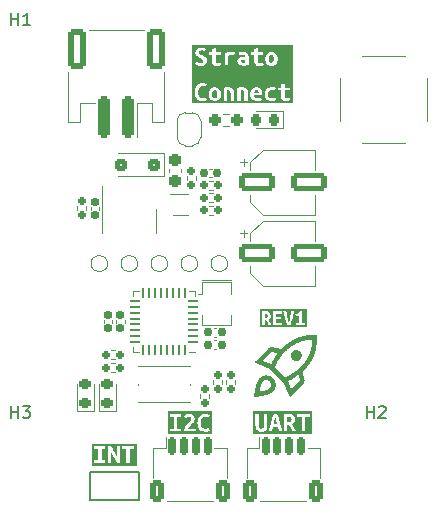
<source format=gto>
G04 #@! TF.GenerationSoftware,KiCad,Pcbnew,7.0.5-0*
G04 #@! TF.CreationDate,2023-07-15T01:27:44-04:00*
G04 #@! TF.ProjectId,strato_connect,73747261-746f-45f6-936f-6e6e6563742e,rev?*
G04 #@! TF.SameCoordinates,Original*
G04 #@! TF.FileFunction,Legend,Top*
G04 #@! TF.FilePolarity,Positive*
%FSLAX46Y46*%
G04 Gerber Fmt 4.6, Leading zero omitted, Abs format (unit mm)*
G04 Created by KiCad (PCBNEW 7.0.5-0) date 2023-07-15 01:27:44*
%MOMM*%
%LPD*%
G01*
G04 APERTURE LIST*
G04 Aperture macros list*
%AMRoundRect*
0 Rectangle with rounded corners*
0 $1 Rounding radius*
0 $2 $3 $4 $5 $6 $7 $8 $9 X,Y pos of 4 corners*
0 Add a 4 corners polygon primitive as box body*
4,1,4,$2,$3,$4,$5,$6,$7,$8,$9,$2,$3,0*
0 Add four circle primitives for the rounded corners*
1,1,$1+$1,$2,$3*
1,1,$1+$1,$4,$5*
1,1,$1+$1,$6,$7*
1,1,$1+$1,$8,$9*
0 Add four rect primitives between the rounded corners*
20,1,$1+$1,$2,$3,$4,$5,0*
20,1,$1+$1,$4,$5,$6,$7,0*
20,1,$1+$1,$6,$7,$8,$9,0*
20,1,$1+$1,$8,$9,$2,$3,0*%
%AMFreePoly0*
4,1,19,0.500000,-0.750000,0.000000,-0.750000,0.000000,-0.744911,-0.071157,-0.744911,-0.207708,-0.704816,-0.327430,-0.627875,-0.420627,-0.520320,-0.479746,-0.390866,-0.500000,-0.250000,-0.500000,0.250000,-0.479746,0.390866,-0.420627,0.520320,-0.327430,0.627875,-0.207708,0.704816,-0.071157,0.744911,0.000000,0.744911,0.000000,0.750000,0.500000,0.750000,0.500000,-0.750000,0.500000,-0.750000,
$1*%
%AMFreePoly1*
4,1,19,0.000000,0.744911,0.071157,0.744911,0.207708,0.704816,0.327430,0.627875,0.420627,0.520320,0.479746,0.390866,0.500000,0.250000,0.500000,-0.250000,0.479746,-0.390866,0.420627,-0.520320,0.327430,-0.627875,0.207708,-0.704816,0.071157,-0.744911,0.000000,-0.744911,0.000000,-0.750000,-0.500000,-0.750000,-0.500000,0.750000,0.000000,0.750000,0.000000,0.744911,0.000000,0.744911,
$1*%
G04 Aperture macros list end*
%ADD10C,0.000000*%
%ADD11C,0.150000*%
%ADD12C,0.120000*%
%ADD13C,2.050000*%
%ADD14C,2.250000*%
%ADD15RoundRect,0.160000X0.197500X0.160000X-0.197500X0.160000X-0.197500X-0.160000X0.197500X-0.160000X0*%
%ADD16RoundRect,0.218750X0.218750X0.256250X-0.218750X0.256250X-0.218750X-0.256250X0.218750X-0.256250X0*%
%ADD17RoundRect,0.155000X0.155000X-0.212500X0.155000X0.212500X-0.155000X0.212500X-0.155000X-0.212500X0*%
%ADD18R,3.800000X2.000000*%
%ADD19RoundRect,0.160000X0.160000X-0.197500X0.160000X0.197500X-0.160000X0.197500X-0.160000X-0.197500X0*%
%ADD20RoundRect,0.250000X0.250000X1.500000X-0.250000X1.500000X-0.250000X-1.500000X0.250000X-1.500000X0*%
%ADD21RoundRect,0.250001X0.499999X1.449999X-0.499999X1.449999X-0.499999X-1.449999X0.499999X-1.449999X0*%
%ADD22C,1.000000*%
%ADD23RoundRect,0.237500X-0.237500X0.300000X-0.237500X-0.300000X0.237500X-0.300000X0.237500X0.300000X0*%
%ADD24C,0.800000*%
%ADD25C,6.400000*%
%ADD26RoundRect,0.155000X-0.212500X-0.155000X0.212500X-0.155000X0.212500X0.155000X-0.212500X0.155000X0*%
%ADD27R,0.700000X0.340000*%
%ADD28RoundRect,0.160000X-0.160000X0.197500X-0.160000X-0.197500X0.160000X-0.197500X0.160000X0.197500X0*%
%ADD29RoundRect,0.155000X-0.155000X0.212500X-0.155000X-0.212500X0.155000X-0.212500X0.155000X0.212500X0*%
%ADD30RoundRect,0.150000X-0.150000X-0.625000X0.150000X-0.625000X0.150000X0.625000X-0.150000X0.625000X0*%
%ADD31RoundRect,0.250000X-0.350000X-0.650000X0.350000X-0.650000X0.350000X0.650000X-0.350000X0.650000X0*%
%ADD32RoundRect,0.250000X-1.250000X-0.550000X1.250000X-0.550000X1.250000X0.550000X-1.250000X0.550000X0*%
%ADD33RoundRect,0.237500X-0.250000X-0.237500X0.250000X-0.237500X0.250000X0.237500X-0.250000X0.237500X0*%
%ADD34RoundRect,0.160000X-0.197500X-0.160000X0.197500X-0.160000X0.197500X0.160000X-0.197500X0.160000X0*%
%ADD35RoundRect,0.218750X0.256250X-0.218750X0.256250X0.218750X-0.256250X0.218750X-0.256250X-0.218750X0*%
%ADD36R,0.900000X1.000000*%
%ADD37R,1.900000X0.400000*%
%ADD38FreePoly0,90.000000*%
%ADD39FreePoly1,90.000000*%
%ADD40RoundRect,0.250000X0.300000X0.300000X-0.300000X0.300000X-0.300000X-0.300000X0.300000X-0.300000X0*%
%ADD41R,4.400000X1.500000*%
%ADD42RoundRect,0.155000X0.212500X0.155000X-0.212500X0.155000X-0.212500X-0.155000X0.212500X-0.155000X0*%
%ADD43RoundRect,0.062500X0.375000X0.062500X-0.375000X0.062500X-0.375000X-0.062500X0.375000X-0.062500X0*%
%ADD44RoundRect,0.062500X0.062500X0.375000X-0.062500X0.375000X-0.062500X-0.375000X0.062500X-0.375000X0*%
%ADD45R,3.100000X3.100000*%
G04 APERTURE END LIST*
D10*
G36*
X167779406Y-85003581D02*
G01*
X167803061Y-85005131D01*
X167826225Y-85007715D01*
X167848898Y-85011333D01*
X167871080Y-85015984D01*
X167892771Y-85021668D01*
X167913972Y-85028386D01*
X167934681Y-85036137D01*
X167954899Y-85044922D01*
X167974627Y-85054741D01*
X167993863Y-85065593D01*
X168012609Y-85077478D01*
X168030864Y-85090398D01*
X168048627Y-85104350D01*
X168065900Y-85119336D01*
X168082682Y-85135356D01*
X168098702Y-85152138D01*
X168113688Y-85169411D01*
X168127641Y-85187175D01*
X168140560Y-85205429D01*
X168152445Y-85224175D01*
X168163297Y-85243411D01*
X168173116Y-85263139D01*
X168181901Y-85283357D01*
X168189652Y-85304067D01*
X168196370Y-85325267D01*
X168202055Y-85346958D01*
X168206706Y-85369140D01*
X168210323Y-85391813D01*
X168212907Y-85414977D01*
X168214457Y-85438632D01*
X168214974Y-85462778D01*
X168214457Y-85486924D01*
X168212907Y-85510579D01*
X168210323Y-85533743D01*
X168206706Y-85556416D01*
X168202055Y-85578598D01*
X168196370Y-85600289D01*
X168189652Y-85621489D01*
X168181901Y-85642199D01*
X168173116Y-85662417D01*
X168163297Y-85682144D01*
X168152445Y-85701381D01*
X168140560Y-85720127D01*
X168127641Y-85738381D01*
X168113688Y-85756145D01*
X168098702Y-85773418D01*
X168082682Y-85790200D01*
X168065900Y-85806219D01*
X168048627Y-85821205D01*
X168030864Y-85835158D01*
X168012609Y-85848077D01*
X167993863Y-85859963D01*
X167974627Y-85870815D01*
X167954899Y-85880633D01*
X167934681Y-85889418D01*
X167913972Y-85897170D01*
X167892771Y-85903888D01*
X167871080Y-85909572D01*
X167848898Y-85914223D01*
X167826225Y-85917841D01*
X167803061Y-85920424D01*
X167779406Y-85921975D01*
X167755260Y-85922491D01*
X167731115Y-85921975D01*
X167707460Y-85920424D01*
X167684296Y-85917841D01*
X167661623Y-85914223D01*
X167639440Y-85909572D01*
X167617749Y-85903888D01*
X167596549Y-85897170D01*
X167575840Y-85889418D01*
X167555621Y-85880633D01*
X167535894Y-85870815D01*
X167516657Y-85859963D01*
X167497912Y-85848077D01*
X167479657Y-85835158D01*
X167461893Y-85821205D01*
X167444620Y-85806219D01*
X167427838Y-85790200D01*
X167411819Y-85773418D01*
X167396832Y-85756145D01*
X167382880Y-85738381D01*
X167369961Y-85720127D01*
X167358075Y-85701381D01*
X167347223Y-85682144D01*
X167337405Y-85662417D01*
X167328620Y-85642199D01*
X167320868Y-85621489D01*
X167314150Y-85600289D01*
X167308466Y-85578598D01*
X167303815Y-85556416D01*
X167300198Y-85533743D01*
X167297614Y-85510579D01*
X167296064Y-85486924D01*
X167295547Y-85462778D01*
X167296064Y-85438632D01*
X167297614Y-85414977D01*
X167300198Y-85391813D01*
X167303815Y-85369140D01*
X167308466Y-85346958D01*
X167314150Y-85325267D01*
X167320868Y-85304067D01*
X167328620Y-85283357D01*
X167337405Y-85263139D01*
X167347223Y-85243411D01*
X167358075Y-85224175D01*
X167369961Y-85205429D01*
X167382880Y-85187175D01*
X167396832Y-85169411D01*
X167411819Y-85152138D01*
X167427838Y-85135356D01*
X167444620Y-85119336D01*
X167461893Y-85104350D01*
X167479657Y-85090398D01*
X167497912Y-85077478D01*
X167516657Y-85065593D01*
X167535894Y-85054741D01*
X167555621Y-85044922D01*
X167575840Y-85036137D01*
X167596549Y-85028386D01*
X167617749Y-85021668D01*
X167639440Y-85015984D01*
X167661623Y-85011333D01*
X167684296Y-85007715D01*
X167707460Y-85005131D01*
X167731115Y-85003581D01*
X167755260Y-85003064D01*
X167779406Y-85003581D01*
G37*
G36*
X169262558Y-83723608D02*
G01*
X169373146Y-83726979D01*
X169484974Y-83733064D01*
X169491072Y-83844892D01*
X169494482Y-83955480D01*
X169495206Y-84064827D01*
X169493242Y-84172934D01*
X169488591Y-84279801D01*
X169481253Y-84385428D01*
X169471228Y-84489814D01*
X169458515Y-84592960D01*
X169443116Y-84694866D01*
X169425029Y-84795532D01*
X169404255Y-84894957D01*
X169380794Y-84993142D01*
X169354646Y-85090087D01*
X169325810Y-85185792D01*
X169294288Y-85280257D01*
X169260078Y-85373481D01*
X169223078Y-85465749D01*
X169183183Y-85557346D01*
X169140395Y-85648270D01*
X169094713Y-85738523D01*
X169046137Y-85828104D01*
X168994668Y-85917014D01*
X168940304Y-86005251D01*
X168883047Y-86092817D01*
X168822895Y-86179711D01*
X168759850Y-86265933D01*
X168693911Y-86351483D01*
X168625078Y-86436362D01*
X168553351Y-86520569D01*
X168478730Y-86604103D01*
X168401215Y-86686967D01*
X168320807Y-86769158D01*
X168307578Y-86782387D01*
X168294349Y-86795616D01*
X168439869Y-87523221D01*
X168442156Y-87535597D01*
X168444055Y-87547922D01*
X168445567Y-87560195D01*
X168446691Y-87572417D01*
X168447427Y-87584586D01*
X168447776Y-87596704D01*
X168447737Y-87608771D01*
X168447311Y-87620786D01*
X168446497Y-87632749D01*
X168445296Y-87644660D01*
X168443707Y-87656520D01*
X168441730Y-87668328D01*
X168439366Y-87680084D01*
X168436614Y-87691789D01*
X168433475Y-87703442D01*
X168429948Y-87715044D01*
X168426059Y-87726542D01*
X168421835Y-87737885D01*
X168417274Y-87749073D01*
X168412378Y-87760105D01*
X168407145Y-87770983D01*
X168401577Y-87781706D01*
X168395673Y-87792274D01*
X168389433Y-87802687D01*
X168382857Y-87812944D01*
X168375946Y-87823047D01*
X168368698Y-87832995D01*
X168361115Y-87842787D01*
X168353195Y-87852425D01*
X168344940Y-87861908D01*
X168336349Y-87871235D01*
X168327422Y-87880408D01*
X167196328Y-89018116D01*
X166634088Y-87708429D01*
X166548099Y-87622439D01*
X167030963Y-87622439D01*
X167328620Y-88323585D01*
X168049609Y-87602595D01*
X167943776Y-87080043D01*
X167890549Y-87117819D01*
X167836702Y-87155078D01*
X167782235Y-87191820D01*
X167727148Y-87228045D01*
X167671441Y-87263753D01*
X167615114Y-87298945D01*
X167558166Y-87333620D01*
X167500599Y-87367778D01*
X167384430Y-87434544D01*
X167267435Y-87499242D01*
X167149613Y-87561874D01*
X167030963Y-87622439D01*
X166548099Y-87622439D01*
X165509609Y-86583950D01*
X165139815Y-86425200D01*
X165913099Y-86425200D01*
X166792838Y-87304939D01*
X166886373Y-87261221D01*
X166978460Y-87216056D01*
X167069101Y-87169444D01*
X167158294Y-87121384D01*
X167246041Y-87071878D01*
X167332340Y-87020926D01*
X167417193Y-86968526D01*
X167500599Y-86914679D01*
X167581317Y-86860315D01*
X167658108Y-86806365D01*
X167730972Y-86752828D01*
X167799909Y-86699705D01*
X167864918Y-86646995D01*
X167925999Y-86594698D01*
X167983153Y-86542815D01*
X168036380Y-86491346D01*
X168102241Y-86424269D01*
X168165881Y-86356987D01*
X168227299Y-86289497D01*
X168286494Y-86221801D01*
X168343467Y-86153898D01*
X168398218Y-86085789D01*
X168450748Y-86017473D01*
X168501055Y-85948950D01*
X168549140Y-85880220D01*
X168595002Y-85811284D01*
X168638643Y-85742141D01*
X168680062Y-85672791D01*
X168719258Y-85603234D01*
X168756233Y-85533471D01*
X168790985Y-85463501D01*
X168823515Y-85393325D01*
X168854030Y-85322476D01*
X168882737Y-85250491D01*
X168909634Y-85177369D01*
X168934723Y-85103110D01*
X168958003Y-85027714D01*
X168979475Y-84951181D01*
X168999138Y-84873511D01*
X169016992Y-84794705D01*
X169033037Y-84714761D01*
X169047274Y-84633681D01*
X169059703Y-84551464D01*
X169070322Y-84468110D01*
X169079133Y-84383619D01*
X169086135Y-84297991D01*
X169091328Y-84211226D01*
X169094713Y-84123325D01*
X169006812Y-84126710D01*
X168920047Y-84131903D01*
X168834419Y-84138905D01*
X168749928Y-84147716D01*
X168666574Y-84158336D01*
X168584357Y-84170764D01*
X168503277Y-84185001D01*
X168423333Y-84201046D01*
X168344527Y-84218900D01*
X168266857Y-84238563D01*
X168190324Y-84260035D01*
X168114928Y-84283315D01*
X168040669Y-84308404D01*
X167967547Y-84335302D01*
X167895562Y-84364008D01*
X167824713Y-84394523D01*
X167754537Y-84427053D01*
X167684567Y-84461805D01*
X167614804Y-84498780D01*
X167545247Y-84537976D01*
X167475897Y-84579395D01*
X167406754Y-84623036D01*
X167337818Y-84668899D01*
X167269088Y-84716984D01*
X167200565Y-84767291D01*
X167132249Y-84819820D01*
X167064140Y-84874571D01*
X166996237Y-84931544D01*
X166928541Y-84990740D01*
X166861051Y-85052157D01*
X166793769Y-85115797D01*
X166726693Y-85181658D01*
X166675223Y-85234885D01*
X166623340Y-85292039D01*
X166571043Y-85353121D01*
X166518333Y-85418130D01*
X166465210Y-85487066D01*
X166411673Y-85559930D01*
X166357723Y-85636721D01*
X166303359Y-85717439D01*
X166249512Y-85800845D01*
X166197112Y-85885698D01*
X166146160Y-85971997D01*
X166096654Y-86059744D01*
X166048594Y-86148937D01*
X166001982Y-86239578D01*
X165956817Y-86331665D01*
X165913099Y-86425200D01*
X165139815Y-86425200D01*
X164199922Y-86021710D01*
X164332987Y-85889418D01*
X164894453Y-85889418D01*
X165595599Y-86187075D01*
X165656164Y-86068426D01*
X165718795Y-85950603D01*
X165783494Y-85833608D01*
X165850260Y-85717439D01*
X165884418Y-85659872D01*
X165919093Y-85602924D01*
X165954285Y-85546597D01*
X165989993Y-85490890D01*
X166026219Y-85435803D01*
X166062960Y-85381336D01*
X166100219Y-85327489D01*
X166137995Y-85274262D01*
X165615443Y-85168429D01*
X164894453Y-85889418D01*
X164332987Y-85889418D01*
X165337630Y-84890616D01*
X165346803Y-84881689D01*
X165356130Y-84873098D01*
X165365613Y-84864843D01*
X165375251Y-84856923D01*
X165385043Y-84849340D01*
X165394991Y-84842092D01*
X165405094Y-84835181D01*
X165415351Y-84828605D01*
X165425764Y-84822365D01*
X165436332Y-84816461D01*
X165447055Y-84810893D01*
X165457933Y-84805660D01*
X165468966Y-84800764D01*
X165480154Y-84796204D01*
X165491497Y-84791979D01*
X165502995Y-84788090D01*
X165514596Y-84784564D01*
X165526249Y-84781424D01*
X165537954Y-84778672D01*
X165549710Y-84776308D01*
X165561518Y-84774332D01*
X165573378Y-84772743D01*
X165585289Y-84771541D01*
X165597253Y-84770727D01*
X165609267Y-84770301D01*
X165621334Y-84770262D01*
X165633452Y-84770611D01*
X165645622Y-84771347D01*
X165657843Y-84772471D01*
X165670116Y-84773983D01*
X165682441Y-84775882D01*
X165694818Y-84778169D01*
X166422422Y-84923689D01*
X166423249Y-84922875D01*
X166424075Y-84922087D01*
X166424902Y-84921325D01*
X166425729Y-84920589D01*
X166426556Y-84919878D01*
X166427383Y-84919193D01*
X166428210Y-84918535D01*
X166429036Y-84917901D01*
X166429863Y-84917294D01*
X166430690Y-84916713D01*
X166431517Y-84916157D01*
X166432344Y-84915628D01*
X166433170Y-84915124D01*
X166433997Y-84914646D01*
X166434824Y-84914194D01*
X166435651Y-84913767D01*
X166436478Y-84913341D01*
X166437304Y-84912889D01*
X166438131Y-84912411D01*
X166438958Y-84911907D01*
X166439785Y-84911378D01*
X166440612Y-84910822D01*
X166441439Y-84910241D01*
X166442265Y-84909633D01*
X166443092Y-84909000D01*
X166443919Y-84908342D01*
X166444746Y-84907657D01*
X166445573Y-84906946D01*
X166446400Y-84906210D01*
X166447226Y-84905448D01*
X166448053Y-84904660D01*
X166448880Y-84903846D01*
X166531071Y-84823424D01*
X166613934Y-84745871D01*
X166697469Y-84671185D01*
X166781676Y-84599368D01*
X166866555Y-84530419D01*
X166952105Y-84464338D01*
X167038327Y-84401124D01*
X167125221Y-84340779D01*
X167212787Y-84283302D01*
X167301024Y-84228693D01*
X167389934Y-84176952D01*
X167479515Y-84128079D01*
X167569768Y-84082074D01*
X167660692Y-84038937D01*
X167752289Y-83998668D01*
X167844557Y-83961268D01*
X167937782Y-83926657D01*
X168032246Y-83894760D01*
X168127951Y-83865576D01*
X168224896Y-83839104D01*
X168323081Y-83815346D01*
X168422506Y-83794301D01*
X168523172Y-83775969D01*
X168625078Y-83760350D01*
X168728224Y-83747443D01*
X168832611Y-83737250D01*
X168938237Y-83729770D01*
X169045104Y-83725003D01*
X169153211Y-83722949D01*
X169262558Y-83723608D01*
G37*
G36*
X165250000Y-87150000D02*
G01*
X165290553Y-87152339D01*
X165330305Y-87156512D01*
X165369256Y-87162519D01*
X165407406Y-87170361D01*
X165444755Y-87180037D01*
X165481303Y-87191548D01*
X165517051Y-87204894D01*
X165551997Y-87220073D01*
X165586142Y-87237088D01*
X165619486Y-87255937D01*
X165652029Y-87276620D01*
X165683772Y-87299138D01*
X165714713Y-87323491D01*
X165744853Y-87349678D01*
X165774193Y-87377699D01*
X165802214Y-87407039D01*
X165828401Y-87437179D01*
X165852754Y-87468121D01*
X165875272Y-87499863D01*
X165895955Y-87532406D01*
X165914804Y-87565750D01*
X165931819Y-87599896D01*
X165946999Y-87634842D01*
X165960344Y-87670589D01*
X165971855Y-87707137D01*
X165981531Y-87744486D01*
X165989373Y-87782636D01*
X165995381Y-87821587D01*
X165999553Y-87861339D01*
X166001892Y-87901892D01*
X166002396Y-87943246D01*
X166001091Y-87984601D01*
X165998003Y-88025154D01*
X165993133Y-88064906D01*
X165986479Y-88103857D01*
X165978043Y-88142007D01*
X165967824Y-88179356D01*
X165955822Y-88215904D01*
X165942038Y-88251652D01*
X165926470Y-88286598D01*
X165909120Y-88320743D01*
X165889987Y-88354087D01*
X165869071Y-88386630D01*
X165846372Y-88418373D01*
X165821890Y-88449314D01*
X165795625Y-88479454D01*
X165767578Y-88508793D01*
X165745344Y-88530058D01*
X165721638Y-88550858D01*
X165696458Y-88571193D01*
X165669806Y-88591062D01*
X165641681Y-88610467D01*
X165612084Y-88629406D01*
X165581013Y-88647880D01*
X165548470Y-88665890D01*
X165514454Y-88683434D01*
X165478965Y-88700513D01*
X165442004Y-88717127D01*
X165403569Y-88733276D01*
X165363662Y-88748960D01*
X165322282Y-88764178D01*
X165279430Y-88778932D01*
X165235104Y-88793221D01*
X165139348Y-88821126D01*
X165032326Y-88848618D01*
X164914038Y-88875696D01*
X164784486Y-88902361D01*
X164643667Y-88928613D01*
X164491584Y-88954451D01*
X164328234Y-88979876D01*
X164153620Y-89004887D01*
X164178579Y-88830221D01*
X164203849Y-88666717D01*
X164228145Y-88522022D01*
X164629870Y-88522022D01*
X164710692Y-88508483D01*
X164787793Y-88494324D01*
X164861173Y-88479545D01*
X164930833Y-88464145D01*
X164996772Y-88448125D01*
X165058991Y-88431485D01*
X165117489Y-88414225D01*
X165172266Y-88396345D01*
X165223425Y-88377845D01*
X165271071Y-88358725D01*
X165293576Y-88348932D01*
X165315203Y-88338985D01*
X165335951Y-88328882D01*
X165355820Y-88318624D01*
X165374811Y-88308211D01*
X165392924Y-88297644D01*
X165410158Y-88286921D01*
X165426514Y-88276043D01*
X165441991Y-88265010D01*
X165456589Y-88253822D01*
X165470309Y-88242479D01*
X165483151Y-88230981D01*
X165498383Y-88216705D01*
X165512658Y-88201991D01*
X165525978Y-88186836D01*
X165538341Y-88171243D01*
X165549749Y-88155210D01*
X165560200Y-88138739D01*
X165569696Y-88121827D01*
X165578235Y-88104477D01*
X165585819Y-88086687D01*
X165592447Y-88068459D01*
X165598118Y-88049790D01*
X165602833Y-88030683D01*
X165606593Y-88011136D01*
X165609396Y-87991151D01*
X165611244Y-87970725D01*
X165612135Y-87949861D01*
X165612071Y-87928945D01*
X165611050Y-87908365D01*
X165609073Y-87888121D01*
X165606141Y-87868212D01*
X165602252Y-87848640D01*
X165597408Y-87829403D01*
X165591607Y-87810503D01*
X165584850Y-87791938D01*
X165577137Y-87773709D01*
X165568469Y-87755816D01*
X165558844Y-87738259D01*
X165548263Y-87721038D01*
X165536726Y-87704152D01*
X165524234Y-87687603D01*
X165510785Y-87671390D01*
X165496380Y-87655512D01*
X165480503Y-87641107D01*
X165464289Y-87627658D01*
X165447740Y-87615166D01*
X165430854Y-87603629D01*
X165413633Y-87593048D01*
X165396076Y-87583423D01*
X165378183Y-87574755D01*
X165359954Y-87567042D01*
X165341390Y-87560285D01*
X165322489Y-87554485D01*
X165303252Y-87549640D01*
X165283680Y-87545751D01*
X165263772Y-87542819D01*
X165243527Y-87540842D01*
X165222947Y-87539821D01*
X165202031Y-87539757D01*
X165181167Y-87540648D01*
X165160742Y-87542496D01*
X165140756Y-87545299D01*
X165121209Y-87549059D01*
X165102102Y-87553774D01*
X165083434Y-87559446D01*
X165065205Y-87566073D01*
X165047415Y-87573657D01*
X165030065Y-87582196D01*
X165013154Y-87591692D01*
X164996682Y-87602143D01*
X164980649Y-87613551D01*
X164965056Y-87625915D01*
X164949902Y-87639234D01*
X164935187Y-87653510D01*
X164920911Y-87668741D01*
X164909413Y-87681583D01*
X164898070Y-87695303D01*
X164886882Y-87709902D01*
X164875850Y-87725379D01*
X164864972Y-87741734D01*
X164854249Y-87758968D01*
X164843681Y-87777081D01*
X164833268Y-87796072D01*
X164823010Y-87815942D01*
X164812908Y-87836690D01*
X164802960Y-87858316D01*
X164793167Y-87880821D01*
X164783530Y-87904205D01*
X164774047Y-87928467D01*
X164764719Y-87953608D01*
X164755547Y-87979627D01*
X164737667Y-88034404D01*
X164720407Y-88092901D01*
X164703767Y-88155120D01*
X164687747Y-88221059D01*
X164672348Y-88290719D01*
X164657568Y-88364099D01*
X164643409Y-88441200D01*
X164629870Y-88522022D01*
X164228145Y-88522022D01*
X164229429Y-88514374D01*
X164255319Y-88373194D01*
X164281519Y-88243176D01*
X164308029Y-88124321D01*
X164334849Y-88016627D01*
X164361979Y-87920096D01*
X164375867Y-87875370D01*
X164390246Y-87832142D01*
X164405116Y-87790414D01*
X164420477Y-87750183D01*
X164436329Y-87711452D01*
X164452671Y-87674219D01*
X164469505Y-87638485D01*
X164486829Y-87604249D01*
X164504645Y-87571512D01*
X164522951Y-87540274D01*
X164541748Y-87510534D01*
X164561037Y-87482293D01*
X164580816Y-87455550D01*
X164601086Y-87430306D01*
X164621847Y-87406561D01*
X164643099Y-87384314D01*
X164672438Y-87356267D01*
X164702578Y-87330002D01*
X164733520Y-87305521D01*
X164765262Y-87282822D01*
X164797805Y-87261906D01*
X164831149Y-87242773D01*
X164865295Y-87225422D01*
X164900241Y-87209855D01*
X164935988Y-87196070D01*
X164972536Y-87184068D01*
X165009885Y-87173849D01*
X165048035Y-87165413D01*
X165086986Y-87158760D01*
X165126739Y-87153889D01*
X165167292Y-87150802D01*
X165208646Y-87149497D01*
X165250000Y-87150000D01*
G37*
D11*
X173738095Y-90754819D02*
X173738095Y-89754819D01*
X173738095Y-90231009D02*
X174309523Y-90231009D01*
X174309523Y-90754819D02*
X174309523Y-89754819D01*
X174738095Y-89850057D02*
X174785714Y-89802438D01*
X174785714Y-89802438D02*
X174880952Y-89754819D01*
X174880952Y-89754819D02*
X175119047Y-89754819D01*
X175119047Y-89754819D02*
X175214285Y-89802438D01*
X175214285Y-89802438D02*
X175261904Y-89850057D01*
X175261904Y-89850057D02*
X175309523Y-89945295D01*
X175309523Y-89945295D02*
X175309523Y-90040533D01*
X175309523Y-90040533D02*
X175261904Y-90183390D01*
X175261904Y-90183390D02*
X174690476Y-90754819D01*
X174690476Y-90754819D02*
X175309523Y-90754819D01*
X143624095Y-90754819D02*
X143624095Y-89754819D01*
X143624095Y-90231009D02*
X144195523Y-90231009D01*
X144195523Y-90754819D02*
X144195523Y-89754819D01*
X144576476Y-89754819D02*
X145195523Y-89754819D01*
X145195523Y-89754819D02*
X144862190Y-90135771D01*
X144862190Y-90135771D02*
X145005047Y-90135771D01*
X145005047Y-90135771D02*
X145100285Y-90183390D01*
X145100285Y-90183390D02*
X145147904Y-90231009D01*
X145147904Y-90231009D02*
X145195523Y-90326247D01*
X145195523Y-90326247D02*
X145195523Y-90564342D01*
X145195523Y-90564342D02*
X145147904Y-90659580D01*
X145147904Y-90659580D02*
X145100285Y-90707200D01*
X145100285Y-90707200D02*
X145005047Y-90754819D01*
X145005047Y-90754819D02*
X144719333Y-90754819D01*
X144719333Y-90754819D02*
X144624095Y-90707200D01*
X144624095Y-90707200D02*
X144576476Y-90659580D01*
X143638095Y-57454819D02*
X143638095Y-56454819D01*
X143638095Y-56931009D02*
X144209523Y-56931009D01*
X144209523Y-57454819D02*
X144209523Y-56454819D01*
X145209523Y-57454819D02*
X144638095Y-57454819D01*
X144923809Y-57454819D02*
X144923809Y-56454819D01*
X144923809Y-56454819D02*
X144828571Y-56597676D01*
X144828571Y-56597676D02*
X144733333Y-56692914D01*
X144733333Y-56692914D02*
X144638095Y-56740533D01*
D12*
X171453000Y-62000000D02*
X171453000Y-65600000D01*
X173333000Y-60120000D02*
X176933000Y-60120000D01*
X173333000Y-67480000D02*
X176933000Y-67480000D01*
X178813000Y-62000000D02*
X178813000Y-65600000D01*
X152370121Y-86880000D02*
X152034879Y-86880000D01*
X152370121Y-86120000D02*
X152034879Y-86120000D01*
X166597500Y-66235000D02*
X166597500Y-64765000D01*
X166597500Y-64765000D02*
X164312500Y-64765000D01*
X164312500Y-66235000D02*
X166597500Y-66235000D01*
X150340000Y-73115835D02*
X150340000Y-72884165D01*
X151060000Y-73115835D02*
X151060000Y-72884165D01*
D11*
X154450000Y-97700000D02*
X150250000Y-97700000D01*
X154450000Y-95300000D02*
X154450000Y-97700000D01*
X150250000Y-97700000D02*
X150250000Y-95300000D01*
X150250000Y-95300000D02*
X154450000Y-95300000D01*
D12*
X159620000Y-89067621D02*
X159620000Y-88732379D01*
X160380000Y-89067621D02*
X160380000Y-88732379D01*
X156560000Y-65710000D02*
X155540000Y-65710000D01*
X156560000Y-61460000D02*
X156560000Y-65710000D01*
X155540000Y-65710000D02*
X155540000Y-64110000D01*
X155540000Y-64110000D02*
X154260000Y-64110000D01*
X154840000Y-57890000D02*
X150160000Y-57890000D01*
X154260000Y-64110000D02*
X154260000Y-67000000D01*
X149460000Y-65710000D02*
X149460000Y-64110000D01*
X149460000Y-64110000D02*
X150740000Y-64110000D01*
X148440000Y-65710000D02*
X149460000Y-65710000D01*
X148440000Y-61460000D02*
X148440000Y-65710000D01*
X160667621Y-73530000D02*
X160332379Y-73530000D01*
X160667621Y-72770000D02*
X160332379Y-72770000D01*
X154315000Y-77680000D02*
G75*
G03*
X154315000Y-77680000I-700000J0D01*
G01*
X158010000Y-69653733D02*
X158010000Y-69946267D01*
X156990000Y-69653733D02*
X156990000Y-69946267D01*
X160751665Y-84178000D02*
X160983335Y-84178000D01*
X160751665Y-84898000D02*
X160983335Y-84898000D01*
X157050000Y-71800000D02*
X158600000Y-71800000D01*
X158600000Y-73600000D02*
X157300000Y-73600000D01*
X162580000Y-87532379D02*
X162580000Y-87867621D01*
X161820000Y-87532379D02*
X161820000Y-87867621D01*
X151775000Y-77680000D02*
G75*
G03*
X151775000Y-77680000I-700000J0D01*
G01*
G36*
X154240316Y-94785434D02*
G01*
X154041878Y-94785434D01*
X153653734Y-94785434D01*
X152565503Y-94785434D01*
X150658122Y-94785434D01*
X150459684Y-94785434D01*
X150459684Y-93113003D01*
X150658122Y-93113003D01*
X150658122Y-93355891D01*
X150979591Y-93355891D01*
X150979591Y-94344109D01*
X150658122Y-94344109D01*
X150658122Y-94586997D01*
X151593953Y-94586997D01*
X151593953Y-94344109D01*
X151274866Y-94344109D01*
X151274866Y-93355891D01*
X151593953Y-93355891D01*
X151593953Y-93113003D01*
X151829697Y-93113003D01*
X151829697Y-94586997D01*
X152094016Y-94586997D01*
X152094016Y-93608303D01*
X152182519Y-93771683D01*
X152267053Y-93934799D01*
X152347619Y-94097650D01*
X152424216Y-94260501D01*
X152496844Y-94423617D01*
X152565503Y-94586997D01*
X152801247Y-94586997D01*
X152801247Y-93113003D01*
X152970316Y-93113003D01*
X152970316Y-93355891D01*
X153358459Y-93355891D01*
X153358459Y-94586997D01*
X153653734Y-94586997D01*
X153653734Y-93355891D01*
X154041878Y-93355891D01*
X154041878Y-93113003D01*
X152970316Y-93113003D01*
X152801247Y-93113003D01*
X152536928Y-93113003D01*
X152536928Y-94020259D01*
X152494959Y-93927391D01*
X152445250Y-93820234D01*
X152389291Y-93704148D01*
X152328569Y-93584491D01*
X152264573Y-93462749D01*
X152198791Y-93340413D01*
X152132116Y-93222243D01*
X152065441Y-93113003D01*
X151829697Y-93113003D01*
X151593953Y-93113003D01*
X150658122Y-93113003D01*
X150459684Y-93113003D01*
X150459684Y-92914566D01*
X150658122Y-92914566D01*
X154041878Y-92914566D01*
X154240316Y-92914566D01*
X154240316Y-94785434D01*
G37*
X160665121Y-71430000D02*
X160329879Y-71430000D01*
X160665121Y-70670000D02*
X160329879Y-70670000D01*
X153210000Y-82484165D02*
X153210000Y-82715835D01*
X152490000Y-82484165D02*
X152490000Y-82715835D01*
X152367621Y-85780000D02*
X152032379Y-85780000D01*
X152367621Y-85020000D02*
X152032379Y-85020000D01*
X155640000Y-93315000D02*
X156690000Y-93315000D01*
X155640000Y-95815000D02*
X155640000Y-93315000D01*
X156690000Y-93315000D02*
X156690000Y-92325000D01*
X156810000Y-97785000D02*
X160690000Y-97785000D01*
X161860000Y-93315000D02*
X160810000Y-93315000D01*
X161860000Y-95815000D02*
X161860000Y-93315000D01*
X162975000Y-69115000D02*
X163600000Y-69115000D01*
X163287500Y-68802500D02*
X163287500Y-69427500D01*
X163840000Y-69104437D02*
X163840000Y-69740000D01*
X163840000Y-69104437D02*
X164904437Y-68040000D01*
X163840000Y-72495563D02*
X163840000Y-71860000D01*
X163840000Y-72495563D02*
X164904437Y-73560000D01*
X164904437Y-68040000D02*
X169360000Y-68040000D01*
X164904437Y-73560000D02*
X169360000Y-73560000D01*
X169360000Y-68040000D02*
X169360000Y-69740000D01*
X169360000Y-73560000D02*
X169360000Y-71860000D01*
G36*
X165224584Y-81918524D02*
G01*
X165290782Y-81951385D01*
X165333645Y-82007583D01*
X165347932Y-82088545D01*
X165294592Y-82220942D01*
X165224584Y-82255947D01*
X165121238Y-82267615D01*
X165069802Y-82267615D01*
X165069802Y-81913285D01*
X165107902Y-81908522D01*
X165140287Y-81907570D01*
X165224584Y-81918524D01*
G37*
G36*
X168623263Y-83055015D02*
G01*
X168464513Y-83055015D01*
X166991948Y-83055015D01*
X165805133Y-83055015D01*
X165664163Y-83055015D01*
X164835487Y-83055015D01*
X164676737Y-83055015D01*
X164676737Y-82896265D01*
X164835487Y-82896265D01*
X165069802Y-82896265D01*
X165069802Y-82461925D01*
X165191722Y-82461925D01*
X165256254Y-82569796D01*
X165316500Y-82676238D01*
X165371031Y-82784108D01*
X165418418Y-82896265D01*
X165664163Y-82896265D01*
X165609870Y-82771488D01*
X165544147Y-82640042D01*
X165473663Y-82514312D01*
X165405082Y-82404775D01*
X165488426Y-82350959D01*
X165544147Y-82277140D01*
X165575580Y-82188557D01*
X165586058Y-82090450D01*
X165578199Y-81997819D01*
X165554625Y-81918047D01*
X165464138Y-81797080D01*
X165399368Y-81755646D01*
X165323168Y-81726595D01*
X165275014Y-81717070D01*
X165805133Y-81717070D01*
X165805133Y-82896265D01*
X166561418Y-82896265D01*
X166561418Y-82701955D01*
X166039447Y-82701955D01*
X166039447Y-82370485D01*
X166456642Y-82370485D01*
X166456642Y-82176175D01*
X166039447Y-82176175D01*
X166039447Y-81911380D01*
X166519508Y-81911380D01*
X166519508Y-81717070D01*
X166662383Y-81717070D01*
X166684290Y-81823750D01*
X166715723Y-81957100D01*
X166740911Y-82056901D01*
X166768216Y-82160723D01*
X166797637Y-82268567D01*
X166828752Y-82378528D01*
X166861138Y-82488701D01*
X166894793Y-82599085D01*
X166944799Y-82756248D01*
X166991948Y-82896265D01*
X167233883Y-82896265D01*
X167270289Y-82794771D01*
X167305849Y-82690948D01*
X167340563Y-82584798D01*
X167373900Y-82478118D01*
X167405332Y-82372708D01*
X167434860Y-82268567D01*
X167475341Y-82116882D01*
X167511060Y-81972340D01*
X167513239Y-81962815D01*
X167681558Y-81962815D01*
X167757758Y-82157125D01*
X167873963Y-82110452D01*
X167995883Y-82042825D01*
X167995883Y-82701955D01*
X167748233Y-82701955D01*
X167748233Y-82896265D01*
X168464513Y-82896265D01*
X168464513Y-82701955D01*
X168230198Y-82701955D01*
X168230198Y-81717070D01*
X168070178Y-81717070D01*
X167988263Y-81791365D01*
X167887298Y-81859945D01*
X167780618Y-81919000D01*
X167681558Y-81962815D01*
X167513239Y-81962815D01*
X167541778Y-81838037D01*
X167567258Y-81717070D01*
X167321513Y-81717070D01*
X167304368Y-81816130D01*
X167283413Y-81930430D01*
X167259600Y-82054017D01*
X167233883Y-82180937D01*
X167206260Y-82308573D01*
X167176733Y-82434303D01*
X167146253Y-82552174D01*
X167115773Y-82656235D01*
X167085054Y-82550746D01*
X167053860Y-82432397D01*
X167023380Y-82306667D01*
X166994805Y-82179033D01*
X166968373Y-82052350D01*
X166944323Y-81929478D01*
X166924320Y-81815892D01*
X166910033Y-81717070D01*
X166662383Y-81717070D01*
X166519508Y-81717070D01*
X165805133Y-81717070D01*
X165275014Y-81717070D01*
X165236490Y-81709450D01*
X165140287Y-81703735D01*
X165073612Y-81705640D01*
X164993602Y-81710403D01*
X164910735Y-81719927D01*
X164835487Y-81734215D01*
X164835487Y-82896265D01*
X164676737Y-82896265D01*
X164676737Y-81544985D01*
X164835487Y-81544985D01*
X168464513Y-81544985D01*
X168623263Y-81544985D01*
X168623263Y-83055015D01*
G37*
X159395000Y-77680000D02*
G75*
G03*
X159395000Y-77680000I-700000J0D01*
G01*
X161480000Y-87532379D02*
X161480000Y-87867621D01*
X160720000Y-87532379D02*
X160720000Y-87867621D01*
X161555776Y-64977500D02*
X162065224Y-64977500D01*
X161555776Y-66022500D02*
X162065224Y-66022500D01*
X160332379Y-71720000D02*
X160667621Y-71720000D01*
X160332379Y-72480000D02*
X160667621Y-72480000D01*
X149980000Y-72832379D02*
X149980000Y-73167621D01*
X149220000Y-72832379D02*
X149220000Y-73167621D01*
X151030000Y-90172500D02*
X152500000Y-90172500D01*
X152500000Y-90172500D02*
X152500000Y-87887500D01*
X151030000Y-87887500D02*
X151030000Y-90172500D01*
X162975000Y-75115000D02*
X163600000Y-75115000D01*
X163287500Y-74802500D02*
X163287500Y-75427500D01*
X163840000Y-75104437D02*
X163840000Y-75740000D01*
X163840000Y-75104437D02*
X164904437Y-74040000D01*
X163840000Y-78495563D02*
X163840000Y-77860000D01*
X163840000Y-78495563D02*
X164904437Y-79560000D01*
X164904437Y-74040000D02*
X169360000Y-74040000D01*
X164904437Y-79560000D02*
X169360000Y-79560000D01*
X169360000Y-74040000D02*
X169360000Y-75740000D01*
X169360000Y-79560000D02*
X169360000Y-77860000D01*
X158791000Y-87834000D02*
X158791000Y-87934000D01*
X158791000Y-86334000D02*
X154391000Y-86334000D01*
X154391000Y-89434000D02*
X158791000Y-89434000D01*
X154391000Y-87834000D02*
X154391000Y-87934000D01*
X161935000Y-77680000D02*
G75*
G03*
X161935000Y-77680000I-700000J0D01*
G01*
X162208000Y-79050000D02*
X160208000Y-79050000D01*
X160208000Y-79050000D02*
X159808000Y-79050000D01*
X162208000Y-79250000D02*
X162208000Y-80250000D01*
X160208000Y-79250000D02*
X162208000Y-79250000D01*
X160208000Y-79250000D02*
X159808000Y-79250000D01*
X159808000Y-80250000D02*
X159808000Y-79250000D01*
X159808000Y-80250000D02*
X159408000Y-80250000D01*
X162208000Y-82050000D02*
X162208000Y-82850000D01*
X162208000Y-82850000D02*
X160208000Y-82850000D01*
X160208000Y-82850000D02*
X159808000Y-82850000D01*
X159808000Y-82850000D02*
X159808000Y-82050000D01*
G36*
X166029691Y-90849963D02*
G01*
X166067791Y-90997600D01*
X166099938Y-91144047D01*
X166128513Y-91296447D01*
X165840381Y-91296447D01*
X165870147Y-91144047D01*
X165903484Y-90997600D01*
X165941584Y-90849963D01*
X165985637Y-90691609D01*
X166029691Y-90849963D01*
G37*
G36*
X167198289Y-90657677D02*
G01*
X167281038Y-90698753D01*
X167334616Y-90769000D01*
X167352475Y-90870203D01*
X167285800Y-91035700D01*
X167198289Y-91079455D01*
X167069106Y-91094041D01*
X167004813Y-91094041D01*
X167004813Y-90651128D01*
X167052438Y-90645175D01*
X167092919Y-90643984D01*
X167198289Y-90657677D01*
G37*
G36*
X169103488Y-92109247D02*
G01*
X168905050Y-92109247D01*
X168516906Y-92109247D01*
X167747763Y-92109247D01*
X166247575Y-92109247D01*
X164792631Y-92109247D01*
X164294950Y-92109247D01*
X164096512Y-92109247D01*
X164096512Y-90405859D01*
X164294950Y-90405859D01*
X164294950Y-91346453D01*
X164300903Y-91469088D01*
X164318762Y-91579816D01*
X164350909Y-91676852D01*
X164399725Y-91758409D01*
X164553316Y-91871519D01*
X164661365Y-91900987D01*
X164792631Y-91910809D01*
X164925981Y-91900987D01*
X165004540Y-91879853D01*
X165414138Y-91879853D01*
X165718938Y-91879853D01*
X165785613Y-91539334D01*
X166178519Y-91539334D01*
X166247575Y-91879853D01*
X166561900Y-91879853D01*
X166711919Y-91879853D01*
X167004813Y-91879853D01*
X167004813Y-91336928D01*
X167157212Y-91336928D01*
X167237877Y-91471766D01*
X167313184Y-91604819D01*
X167381348Y-91739657D01*
X167440581Y-91879853D01*
X167747763Y-91879853D01*
X167679897Y-91723881D01*
X167597744Y-91559575D01*
X167509637Y-91402413D01*
X167423913Y-91265491D01*
X167528092Y-91198220D01*
X167597744Y-91105947D01*
X167637034Y-90995219D01*
X167650131Y-90872584D01*
X167640309Y-90756796D01*
X167610841Y-90657081D01*
X167497731Y-90505872D01*
X167416769Y-90454080D01*
X167321519Y-90417766D01*
X167261325Y-90405859D01*
X167833488Y-90405859D01*
X167833488Y-90648747D01*
X168221631Y-90648747D01*
X168221631Y-91879853D01*
X168516906Y-91879853D01*
X168516906Y-90648747D01*
X168905050Y-90648747D01*
X168905050Y-90405859D01*
X167833488Y-90405859D01*
X167261325Y-90405859D01*
X167213172Y-90396334D01*
X167092919Y-90389191D01*
X167009575Y-90391572D01*
X166909563Y-90397525D01*
X166805978Y-90409431D01*
X166711919Y-90427291D01*
X166711919Y-91879853D01*
X166561900Y-91879853D01*
X166522609Y-91712737D01*
X166482843Y-91550479D01*
X166442599Y-91393078D01*
X166401880Y-91240535D01*
X166360684Y-91092850D01*
X166308818Y-90913735D01*
X166256802Y-90739532D01*
X166204638Y-90570240D01*
X166152325Y-90405859D01*
X165833238Y-90405859D01*
X165782785Y-90568901D01*
X165731439Y-90736555D01*
X165679200Y-90908824D01*
X165626069Y-91085706D01*
X165583302Y-91232153D01*
X165540725Y-91384791D01*
X165498338Y-91543621D01*
X165456143Y-91708641D01*
X165414138Y-91879853D01*
X165004540Y-91879853D01*
X165035519Y-91871519D01*
X165123625Y-91823596D01*
X165192681Y-91758409D01*
X165243283Y-91676852D01*
X165276025Y-91579816D01*
X165293884Y-91469088D01*
X165299837Y-91346453D01*
X165299837Y-90405859D01*
X165006944Y-90405859D01*
X165006944Y-91325022D01*
X164997419Y-91480994D01*
X164964081Y-91583388D01*
X164899787Y-91639347D01*
X164797394Y-91656016D01*
X164695000Y-91639347D01*
X164631897Y-91584578D01*
X164599750Y-91483375D01*
X164590225Y-91327403D01*
X164590225Y-90405859D01*
X164294950Y-90405859D01*
X164096512Y-90405859D01*
X164096512Y-90190753D01*
X164294950Y-90190753D01*
X168905050Y-90190753D01*
X169103488Y-90190753D01*
X169103488Y-92109247D01*
G37*
X152160000Y-82484165D02*
X152160000Y-82715835D01*
X151440000Y-82484165D02*
X151440000Y-82715835D01*
X160751665Y-83140000D02*
X160983335Y-83140000D01*
X160751665Y-83860000D02*
X160983335Y-83860000D01*
X163540000Y-93315000D02*
X164590000Y-93315000D01*
X163540000Y-95815000D02*
X163540000Y-93315000D01*
X164590000Y-93315000D02*
X164590000Y-92325000D01*
X164710000Y-97785000D02*
X168590000Y-97785000D01*
X169760000Y-93315000D02*
X168710000Y-93315000D01*
X169760000Y-95815000D02*
X169760000Y-93315000D01*
X149165000Y-90172500D02*
X150635000Y-90172500D01*
X150635000Y-90172500D02*
X150635000Y-87887500D01*
X149165000Y-87887500D02*
X149165000Y-90172500D01*
X158948400Y-67694000D02*
X158348400Y-67694000D01*
X157648400Y-66994000D02*
X157648400Y-65594000D01*
X159648400Y-65594000D02*
X159648400Y-66994000D01*
X158348400Y-64894000D02*
X158948400Y-64894000D01*
X157648400Y-66994000D02*
G75*
G03*
X158348400Y-67694000I699999J-1D01*
G01*
X158948400Y-67694000D02*
G75*
G03*
X159648400Y-66994000I1J699999D01*
G01*
X158348400Y-64894000D02*
G75*
G03*
X157648400Y-65594000I0J-700000D01*
G01*
X159648400Y-65594000D02*
G75*
G03*
X158948400Y-64894000I-700000J0D01*
G01*
X156510000Y-70300000D02*
X156510000Y-68300000D01*
X156510000Y-70300000D02*
X152650000Y-70300000D01*
X156510000Y-68300000D02*
X152650000Y-68300000D01*
X151314000Y-71075000D02*
X151314000Y-75075000D01*
X155886000Y-73075000D02*
X155886000Y-75075000D01*
X158466500Y-70567621D02*
X158466500Y-70232379D01*
X159226500Y-70567621D02*
X159226500Y-70232379D01*
G36*
X160633172Y-92117581D02*
G01*
X160434734Y-92117581D01*
X160022778Y-92117581D01*
X159227441Y-92117581D01*
X157065266Y-92117581D01*
X156866828Y-92117581D01*
X156866828Y-90414194D01*
X157065266Y-90414194D01*
X157065266Y-90657081D01*
X157386734Y-90657081D01*
X157386734Y-91645300D01*
X157065266Y-91645300D01*
X157065266Y-91888187D01*
X158001097Y-91888187D01*
X158001097Y-91645300D01*
X157682009Y-91645300D01*
X157682009Y-90657081D01*
X158001097Y-90657081D01*
X158001097Y-90576119D01*
X158229697Y-90576119D01*
X158374953Y-90780906D01*
X158524972Y-90668987D01*
X158670228Y-90635650D01*
X158808341Y-90684466D01*
X158863109Y-90823769D01*
X158819056Y-90949975D01*
X158707138Y-91078562D01*
X158636891Y-91146726D01*
X158561881Y-91217866D01*
X158486872Y-91293470D01*
X158416625Y-91375028D01*
X158354713Y-91463432D01*
X158304706Y-91559575D01*
X158271666Y-91664350D01*
X158260653Y-91778650D01*
X158259463Y-91828656D01*
X158265416Y-91888187D01*
X159227441Y-91888187D01*
X159227441Y-91645300D01*
X158594028Y-91645300D01*
X158619031Y-91566719D01*
X158679753Y-91482184D01*
X158755953Y-91401222D01*
X158827391Y-91333356D01*
X158948834Y-91214294D01*
X159002413Y-91150000D01*
X159382222Y-91150000D01*
X159392491Y-91323980D01*
X159423298Y-91476827D01*
X159474644Y-91608539D01*
X159546528Y-91719119D01*
X159672470Y-91830244D01*
X159831220Y-91896919D01*
X160022778Y-91919144D01*
X160152854Y-91911107D01*
X160266856Y-91886997D01*
X160434734Y-91816750D01*
X160360916Y-91585769D01*
X160240662Y-91638156D01*
X160051353Y-91664350D01*
X159881391Y-91630715D01*
X159766794Y-91529809D01*
X159718507Y-91427019D01*
X159689535Y-91298034D01*
X159679878Y-91142856D01*
X159687915Y-91009506D01*
X159712025Y-90899969D01*
X159795369Y-90743997D01*
X159912050Y-90660653D01*
X160046591Y-90635650D01*
X160223994Y-90660653D01*
X160356153Y-90721375D01*
X160432353Y-90488012D01*
X160383538Y-90459437D01*
X160303766Y-90423719D01*
X160193038Y-90393953D01*
X160051353Y-90380856D01*
X159911752Y-90393655D01*
X159783463Y-90432053D01*
X159669162Y-90495156D01*
X159571531Y-90582072D01*
X159492057Y-90691907D01*
X159432228Y-90823769D01*
X159394723Y-90976764D01*
X159382222Y-91150000D01*
X159002413Y-91150000D01*
X159055991Y-91085706D01*
X159132191Y-90948784D01*
X159160766Y-90802337D01*
X159122666Y-90617791D01*
X159020272Y-90485631D01*
X158872634Y-90407050D01*
X158698803Y-90380856D01*
X158574680Y-90392762D01*
X158449963Y-90428481D01*
X158332388Y-90489203D01*
X158229697Y-90576119D01*
X158001097Y-90576119D01*
X158001097Y-90414194D01*
X157065266Y-90414194D01*
X156866828Y-90414194D01*
X156866828Y-90182419D01*
X157065266Y-90182419D01*
X160434734Y-90182419D01*
X160633172Y-90182419D01*
X160633172Y-92117581D01*
G37*
X156855000Y-77680000D02*
G75*
G03*
X156855000Y-77680000I-700000J0D01*
G01*
G36*
X164484467Y-63007483D02*
G01*
X164550157Y-63060269D01*
X164587694Y-63134170D01*
X164599424Y-63219801D01*
X164158365Y-63219801D01*
X164178307Y-63132997D01*
X164220536Y-63057923D01*
X164288571Y-63006310D01*
X164385933Y-62987541D01*
X164484467Y-63007483D01*
G37*
G36*
X163367532Y-60417932D02*
G01*
X163436588Y-60426266D01*
X163436588Y-60683441D01*
X163358007Y-60689394D01*
X163265138Y-60690585D01*
X163117501Y-60658438D01*
X163060351Y-60550091D01*
X163079401Y-60481035D01*
X163130598Y-60440554D01*
X163205607Y-60420313D01*
X163293713Y-60414360D01*
X163367532Y-60417932D01*
G37*
G36*
X160958634Y-63019506D02*
G01*
X161027549Y-63087249D01*
X161067139Y-63191941D01*
X161080336Y-63325374D01*
X161065966Y-63459099D01*
X161022857Y-63564672D01*
X160951596Y-63633294D01*
X160852768Y-63656168D01*
X160751594Y-63633294D01*
X160682679Y-63564672D01*
X160643089Y-63459099D01*
X160629892Y-63325374D01*
X160644262Y-63191941D01*
X160687371Y-63087249D01*
X160758632Y-63019506D01*
X160857460Y-62996925D01*
X160958634Y-63019506D01*
G37*
G36*
X165749080Y-60030086D02*
G01*
X165819029Y-60098844D01*
X165859213Y-60205108D01*
X165872607Y-60340541D01*
X165858022Y-60476272D01*
X165814266Y-60583429D01*
X165741936Y-60653080D01*
X165641626Y-60676297D01*
X165538934Y-60653080D01*
X165468985Y-60583429D01*
X165428802Y-60476272D01*
X165415407Y-60340541D01*
X165429992Y-60205108D01*
X165473748Y-60098844D01*
X165546078Y-60030086D01*
X165646388Y-60007166D01*
X165749080Y-60030086D01*
G37*
G36*
X167439524Y-64105634D02*
G01*
X167241087Y-64105634D01*
X166889178Y-64105634D01*
X165702072Y-64105634D01*
X164465699Y-64105634D01*
X163649270Y-64105634D01*
X162476241Y-64105634D01*
X160857460Y-64105634D01*
X159790003Y-64105634D01*
X159158913Y-64105634D01*
X158960476Y-64105634D01*
X158960476Y-63149419D01*
X159158913Y-63149419D01*
X159169031Y-63320828D01*
X159199383Y-63471416D01*
X159249970Y-63601182D01*
X159320791Y-63710127D01*
X159444872Y-63819610D01*
X159601276Y-63885300D01*
X159790003Y-63907196D01*
X159918157Y-63899278D01*
X160030474Y-63875524D01*
X160195871Y-63806316D01*
X160123143Y-63578748D01*
X160004667Y-63630361D01*
X159818156Y-63656168D01*
X159650706Y-63623030D01*
X159537802Y-63523616D01*
X159490229Y-63422344D01*
X159467921Y-63323028D01*
X160336635Y-63323028D01*
X160346019Y-63448248D01*
X160374172Y-63561153D01*
X160419627Y-63660567D01*
X160480917Y-63745318D01*
X160556578Y-63813940D01*
X160645142Y-63864967D01*
X160745729Y-63896639D01*
X160857460Y-63907196D01*
X160969191Y-63896639D01*
X161032525Y-63876697D01*
X161589430Y-63876697D01*
X161877996Y-63876697D01*
X161877996Y-63011002D01*
X161944858Y-63003964D01*
X162009375Y-63001617D01*
X162152485Y-63069653D01*
X162178878Y-63159390D01*
X162187675Y-63292529D01*
X162187675Y-63876697D01*
X162476241Y-63876697D01*
X162762460Y-63876697D01*
X163051025Y-63876697D01*
X163051025Y-63011002D01*
X163117888Y-63003964D01*
X163182405Y-63001617D01*
X163325514Y-63069653D01*
X163351907Y-63159390D01*
X163360705Y-63292529D01*
X163360705Y-63876697D01*
X163649270Y-63876697D01*
X163649270Y-63334758D01*
X163860416Y-63334758D01*
X163870973Y-63466724D01*
X163902645Y-63581094D01*
X163953965Y-63678162D01*
X164023467Y-63758222D01*
X164110271Y-63820979D01*
X164213498Y-63866140D01*
X164332267Y-63893413D01*
X164465699Y-63902504D01*
X164655730Y-63884909D01*
X164815262Y-63841507D01*
X164775379Y-63595170D01*
X164642826Y-63632707D01*
X164477429Y-63651476D01*
X164349569Y-63635933D01*
X164247515Y-63589305D01*
X164180653Y-63515698D01*
X164158365Y-63419216D01*
X164873913Y-63419216D01*
X164877432Y-63369949D01*
X164878323Y-63325374D01*
X165063944Y-63325374D01*
X165073035Y-63443263D01*
X165100308Y-63552941D01*
X165146936Y-63651476D01*
X165214092Y-63735934D01*
X165302362Y-63805143D01*
X165412334Y-63857929D01*
X165545179Y-63891360D01*
X165702072Y-63902504D01*
X165811750Y-63898692D01*
X165906179Y-63887255D01*
X166053981Y-63848545D01*
X166011752Y-63611593D01*
X165876853Y-63642092D01*
X165734917Y-63651476D01*
X165558669Y-63629775D01*
X165442833Y-63564672D01*
X165378609Y-63461445D01*
X165357201Y-63325374D01*
X165375970Y-63193994D01*
X165436967Y-63089595D01*
X165548405Y-63021559D01*
X165720841Y-62996925D01*
X165867469Y-63009829D01*
X165971869Y-63039154D01*
X165978907Y-63013348D01*
X166218205Y-63013348D01*
X166469233Y-63013348D01*
X166469233Y-63466137D01*
X166476272Y-63591358D01*
X166497386Y-63690186D01*
X166579498Y-63822738D01*
X166710877Y-63886082D01*
X166889178Y-63902504D01*
X167068651Y-63888428D01*
X167241087Y-63841507D01*
X167201204Y-63592824D01*
X167127303Y-63623323D01*
X167061613Y-63640919D01*
X166995924Y-63649130D01*
X166922023Y-63651476D01*
X166853987Y-63644438D01*
X166802374Y-63616285D01*
X166769529Y-63557633D01*
X166757799Y-63459099D01*
X166757799Y-63013348D01*
X167219972Y-63013348D01*
X167219972Y-62774050D01*
X166757799Y-62774050D01*
X166757799Y-62450294D01*
X166469233Y-62497215D01*
X166469233Y-62774050D01*
X166218205Y-62774050D01*
X166218205Y-63013348D01*
X165978907Y-63013348D01*
X166035212Y-62806895D01*
X165873334Y-62759973D01*
X165695034Y-62745897D01*
X165646388Y-62749538D01*
X165542247Y-62757334D01*
X165412334Y-62791645D01*
X165304122Y-62845605D01*
X165216438Y-62915986D01*
X165148989Y-63001324D01*
X165101481Y-63100152D01*
X165073328Y-63209244D01*
X165063944Y-63325374D01*
X164878323Y-63325374D01*
X164878605Y-63311297D01*
X164864529Y-63141469D01*
X164822300Y-63001096D01*
X164751918Y-62890180D01*
X164654426Y-62810023D01*
X164624832Y-62798503D01*
X164530867Y-62761928D01*
X164381241Y-62745897D01*
X164283879Y-62755281D01*
X164188864Y-62783434D01*
X164100300Y-62830062D01*
X164022294Y-62894872D01*
X163956604Y-62977864D01*
X163904991Y-63079037D01*
X163871559Y-63198100D01*
X163860416Y-63334758D01*
X163649270Y-63334758D01*
X163649270Y-63254992D01*
X163643992Y-63147366D01*
X163628156Y-63049712D01*
X163556601Y-62890180D01*
X163419357Y-62786953D01*
X163321409Y-62759680D01*
X163243707Y-62753805D01*
X163201173Y-62750589D01*
X163072433Y-62755281D01*
X162953664Y-62769358D01*
X162762460Y-62809241D01*
X162762460Y-63876697D01*
X162476241Y-63876697D01*
X162476241Y-63254992D01*
X162470962Y-63147366D01*
X162455126Y-63049712D01*
X162383571Y-62890180D01*
X162246327Y-62786953D01*
X162148379Y-62759680D01*
X162028143Y-62750589D01*
X161984026Y-62752197D01*
X161899403Y-62755281D01*
X161780634Y-62769358D01*
X161589430Y-62809241D01*
X161589430Y-63876697D01*
X161032525Y-63876697D01*
X161069778Y-63864967D01*
X161158049Y-63813940D01*
X161232829Y-63745318D01*
X161293240Y-63660567D01*
X161338402Y-63561153D01*
X161366555Y-63448248D01*
X161375939Y-63323028D01*
X161366555Y-63199566D01*
X161338402Y-63087249D01*
X161292947Y-62988128D01*
X161231656Y-62904256D01*
X161155996Y-62836807D01*
X161067432Y-62786953D01*
X161052957Y-62782496D01*
X160967431Y-62756161D01*
X160857460Y-62745897D01*
X160748955Y-62756161D01*
X160648661Y-62786953D01*
X160559217Y-62836807D01*
X160483264Y-62904256D01*
X160421679Y-62988128D01*
X160375345Y-63087249D01*
X160346312Y-63199566D01*
X160336635Y-63323028D01*
X159467921Y-63323028D01*
X159461685Y-63295266D01*
X159452171Y-63142381D01*
X159460089Y-63011002D01*
X159483842Y-62903083D01*
X159565954Y-62749416D01*
X159680911Y-62667304D01*
X159813464Y-62642670D01*
X159988245Y-62667304D01*
X160118451Y-62727129D01*
X160193525Y-62497215D01*
X160145431Y-62469062D01*
X160066838Y-62433871D01*
X159957746Y-62404545D01*
X159818156Y-62391642D01*
X159680618Y-62404252D01*
X159648020Y-62414009D01*
X159554224Y-62442082D01*
X159441613Y-62504253D01*
X159345425Y-62589884D01*
X159267125Y-62698096D01*
X159208180Y-62828009D01*
X159171230Y-62978743D01*
X159158913Y-63149419D01*
X158960476Y-63149419D01*
X158960476Y-60819172D01*
X159190820Y-60819172D01*
X159355126Y-60891801D01*
X159483118Y-60921269D01*
X159648020Y-60931091D01*
X159815104Y-60918524D01*
X159951232Y-60880820D01*
X160056404Y-60817982D01*
X160157309Y-60681358D01*
X160190945Y-60497704D01*
X160180824Y-60386678D01*
X160150463Y-60296488D01*
X160046879Y-60163138D01*
X159908766Y-60077413D01*
X159776463Y-60023835D01*
X160371920Y-60023835D01*
X160626713Y-60023835D01*
X160626713Y-60483416D01*
X160633857Y-60610515D01*
X160655288Y-60710826D01*
X160738632Y-60845366D01*
X160871982Y-60909660D01*
X161052957Y-60926329D01*
X161235123Y-60912041D01*
X161278878Y-60900135D01*
X161688751Y-60900135D01*
X161984026Y-60900135D01*
X161984026Y-60557235D01*
X162772220Y-60557235D01*
X162805557Y-60729876D01*
X162900807Y-60844176D01*
X163049635Y-60907279D01*
X163243707Y-60926329D01*
X163393131Y-60921566D01*
X163527076Y-60907279D01*
X163717576Y-60873941D01*
X163717576Y-60207191D01*
X163694512Y-60023835D01*
X163943795Y-60023835D01*
X164198588Y-60023835D01*
X164198588Y-60483416D01*
X164205732Y-60610515D01*
X164227163Y-60710826D01*
X164310507Y-60845366D01*
X164443857Y-60909660D01*
X164624832Y-60926329D01*
X164806998Y-60912041D01*
X164982020Y-60864416D01*
X164941538Y-60612004D01*
X164866529Y-60642960D01*
X164799854Y-60660819D01*
X164733179Y-60669154D01*
X164658170Y-60671535D01*
X164589113Y-60664391D01*
X164536726Y-60635816D01*
X164503388Y-60576285D01*
X164491482Y-60476272D01*
X164491482Y-60338160D01*
X165117751Y-60338160D01*
X165127276Y-60465259D01*
X165155851Y-60579857D01*
X165201988Y-60680762D01*
X165264198Y-60766785D01*
X165340993Y-60836437D01*
X165430885Y-60888229D01*
X165532981Y-60920376D01*
X165646388Y-60931091D01*
X165759795Y-60920376D01*
X165861891Y-60888229D01*
X165951486Y-60836437D01*
X166027388Y-60766785D01*
X166088706Y-60680762D01*
X166134545Y-60579857D01*
X166163120Y-60465259D01*
X166172645Y-60338160D01*
X166163120Y-60212847D01*
X166134545Y-60098844D01*
X166088408Y-59998237D01*
X166026198Y-59913107D01*
X165949402Y-59844646D01*
X165859510Y-59794044D01*
X165758009Y-59762790D01*
X165646388Y-59752372D01*
X165536256Y-59762790D01*
X165434457Y-59794044D01*
X165343672Y-59844646D01*
X165266579Y-59913107D01*
X165204071Y-59998237D01*
X165157041Y-60098844D01*
X165127573Y-60212847D01*
X165117751Y-60338160D01*
X164491482Y-60338160D01*
X164491482Y-60023835D01*
X164960588Y-60023835D01*
X164960588Y-59780947D01*
X164491482Y-59780947D01*
X164491482Y-59452335D01*
X164198588Y-59499960D01*
X164198588Y-59780947D01*
X163943795Y-59780947D01*
X163943795Y-60023835D01*
X163694512Y-60023835D01*
X163693763Y-60017882D01*
X163615182Y-59875007D01*
X163468735Y-59784519D01*
X163365448Y-59760409D01*
X163238945Y-59752372D01*
X163133574Y-59756242D01*
X163031776Y-59767851D01*
X162876995Y-59802379D01*
X162917476Y-60038122D01*
X163042491Y-60009547D01*
X163203226Y-59997641D01*
X163312763Y-60011631D01*
X163384201Y-60053601D01*
X163436588Y-60192904D01*
X163436588Y-60228622D01*
X163341934Y-60214335D01*
X163234182Y-60209572D01*
X163060351Y-60227432D01*
X162912713Y-60285772D01*
X162810320Y-60392929D01*
X162772220Y-60557235D01*
X161984026Y-60557235D01*
X161984026Y-60069079D01*
X162105470Y-60046457D01*
X162226913Y-60040504D01*
X162291207Y-60042885D01*
X162369788Y-60051219D01*
X162449560Y-60064316D01*
X162517426Y-60078604D01*
X162569813Y-59807141D01*
X162478135Y-59784519D01*
X162376932Y-59770232D01*
X162282873Y-59761897D01*
X162215007Y-59759516D01*
X162061119Y-59766065D01*
X161928066Y-59785710D01*
X161806920Y-59816071D01*
X161688751Y-59854766D01*
X161688751Y-60900135D01*
X161278878Y-60900135D01*
X161410145Y-60864416D01*
X161369663Y-60612004D01*
X161294654Y-60642960D01*
X161227979Y-60660819D01*
X161161304Y-60669154D01*
X161086295Y-60671535D01*
X161017238Y-60664391D01*
X160964851Y-60635816D01*
X160931513Y-60576285D01*
X160919607Y-60476272D01*
X160919607Y-60023835D01*
X161388713Y-60023835D01*
X161388713Y-59780947D01*
X160919607Y-59780947D01*
X160919607Y-59452335D01*
X160626713Y-59499960D01*
X160626713Y-59780947D01*
X160371920Y-59780947D01*
X160371920Y-60023835D01*
X159776463Y-60023835D01*
X159764701Y-60019072D01*
X159673023Y-59983354D01*
X159589679Y-59939301D01*
X159528957Y-59882151D01*
X159505145Y-59807141D01*
X159531074Y-59713214D01*
X159608861Y-59656858D01*
X159738507Y-59638072D01*
X159906385Y-59661885D01*
X160038545Y-59719035D01*
X160124270Y-59492816D01*
X159954010Y-59423760D01*
X159844175Y-59400543D01*
X159717076Y-59392804D01*
X159571158Y-59405768D01*
X159447730Y-59444662D01*
X159346791Y-59509485D01*
X159245886Y-59648788D01*
X159212251Y-59833335D01*
X159250351Y-60008357D01*
X159346791Y-60126229D01*
X159476570Y-60204810D01*
X159614682Y-60259579D01*
X159714695Y-60301251D01*
X159805182Y-60351257D01*
X159871857Y-60414360D01*
X159898051Y-60495322D01*
X159887335Y-60565569D01*
X159848045Y-60627482D01*
X159770654Y-60670344D01*
X159648020Y-60685822D01*
X159529255Y-60677488D01*
X159430135Y-60652485D01*
X159276545Y-60581047D01*
X159190820Y-60819172D01*
X158960476Y-60819172D01*
X158960476Y-59194366D01*
X159158913Y-59194366D01*
X167241087Y-59194366D01*
X167439524Y-59194366D01*
X167439524Y-64105634D01*
G37*
X160615835Y-70360000D02*
X160384165Y-70360000D01*
X160615835Y-69640000D02*
X160384165Y-69640000D01*
X159159000Y-79977500D02*
X159159000Y-80452500D01*
X158684000Y-85197500D02*
X159159000Y-85197500D01*
X158684000Y-79977500D02*
X159159000Y-79977500D01*
X154414000Y-85197500D02*
X153939000Y-85197500D01*
X154414000Y-79977500D02*
X153939000Y-79977500D01*
X153939000Y-85197500D02*
X153939000Y-84722500D01*
X153939000Y-79977500D02*
X153939000Y-80452500D01*
%LPC*%
D13*
X175133000Y-63800000D03*
D14*
X172593000Y-61260000D03*
X172593000Y-66340000D03*
X177673000Y-61260000D03*
X177673000Y-66340000D03*
D15*
X152800000Y-86500000D03*
X151605000Y-86500000D03*
D16*
X165900000Y-65500000D03*
X164325000Y-65500000D03*
D17*
X150700000Y-73567500D03*
X150700000Y-72432500D03*
D18*
X152350000Y-96500000D03*
D19*
X160000000Y-89497500D03*
X160000000Y-88302500D03*
D20*
X153500000Y-65250000D03*
X151500000Y-65250000D03*
D21*
X155850000Y-59500000D03*
X149150000Y-59500000D03*
D15*
X161097500Y-73150000D03*
X159902500Y-73150000D03*
D22*
X153615000Y-77680000D03*
D23*
X157500000Y-68937500D03*
X157500000Y-70662500D03*
D24*
X172100000Y-94500000D03*
X172802944Y-92802944D03*
X172802944Y-96197056D03*
X174500000Y-92100000D03*
D25*
X174500000Y-94500000D03*
D24*
X174500000Y-96900000D03*
X176197056Y-92802944D03*
X176197056Y-96197056D03*
X176900000Y-94500000D03*
D26*
X160300000Y-84538000D03*
X161435000Y-84538000D03*
D27*
X157200000Y-72200000D03*
X157200000Y-72700000D03*
X157200000Y-73200000D03*
X158700000Y-73200000D03*
X158700000Y-72700000D03*
X158700000Y-72200000D03*
D28*
X162200000Y-87102500D03*
X162200000Y-88297500D03*
D22*
X151075000Y-77680000D03*
D15*
X161095000Y-71050000D03*
X159900000Y-71050000D03*
D29*
X152850000Y-82032500D03*
X152850000Y-83167500D03*
D15*
X152797500Y-85400000D03*
X151602500Y-85400000D03*
D30*
X157250000Y-93100000D03*
X158250000Y-93100000D03*
X159250000Y-93100000D03*
X160250000Y-93100000D03*
D31*
X155950000Y-96975000D03*
X161550000Y-96975000D03*
D32*
X164400000Y-70800000D03*
X168800000Y-70800000D03*
D24*
X141986000Y-94500000D03*
X142688944Y-92802944D03*
X142688944Y-96197056D03*
X144386000Y-92100000D03*
D25*
X144386000Y-94500000D03*
D24*
X144386000Y-96900000D03*
X146083056Y-92802944D03*
X146083056Y-96197056D03*
X146786000Y-94500000D03*
X142000000Y-61200000D03*
X142702944Y-59502944D03*
X142702944Y-62897056D03*
X144400000Y-58800000D03*
D25*
X144400000Y-61200000D03*
D24*
X144400000Y-63600000D03*
X146097056Y-59502944D03*
X146097056Y-62897056D03*
X146800000Y-61200000D03*
D22*
X158695000Y-77680000D03*
D28*
X161100000Y-87102500D03*
X161100000Y-88297500D03*
D33*
X160898000Y-65500000D03*
X162723000Y-65500000D03*
D34*
X159902500Y-72100000D03*
X161097500Y-72100000D03*
D28*
X149600000Y-72402500D03*
X149600000Y-73597500D03*
D35*
X151765000Y-89475000D03*
X151765000Y-87900000D03*
D32*
X164400000Y-76800000D03*
X168800000Y-76800000D03*
D36*
X158641000Y-88684000D03*
X158641000Y-87084000D03*
X154541000Y-88684000D03*
X154541000Y-87084000D03*
D22*
X161235000Y-77680000D03*
D37*
X161008000Y-79850000D03*
X161008000Y-81050000D03*
X161008000Y-82250000D03*
D29*
X151800000Y-82032500D03*
X151800000Y-83167500D03*
D26*
X160300000Y-83500000D03*
X161435000Y-83500000D03*
D30*
X165150000Y-93100000D03*
X166150000Y-93100000D03*
X167150000Y-93100000D03*
X168150000Y-93100000D03*
D31*
X163850000Y-96975000D03*
X169450000Y-96975000D03*
D35*
X149900000Y-89475000D03*
X149900000Y-87900000D03*
D38*
X158648400Y-66944000D03*
D39*
X158648400Y-65644000D03*
D40*
X155700000Y-69300000D03*
X152900000Y-69300000D03*
D41*
X153600000Y-71550000D03*
X153600000Y-74600000D03*
D19*
X158846500Y-70997500D03*
X158846500Y-69802500D03*
D22*
X156155000Y-77680000D03*
D42*
X161067500Y-70000000D03*
X159932500Y-70000000D03*
D43*
X158986500Y-84337500D03*
X158986500Y-83837500D03*
X158986500Y-83337500D03*
X158986500Y-82837500D03*
X158986500Y-82337500D03*
X158986500Y-81837500D03*
X158986500Y-81337500D03*
X158986500Y-80837500D03*
D44*
X158299000Y-80150000D03*
X157799000Y-80150000D03*
X157299000Y-80150000D03*
X156799000Y-80150000D03*
X156299000Y-80150000D03*
X155799000Y-80150000D03*
X155299000Y-80150000D03*
X154799000Y-80150000D03*
D43*
X154111500Y-80837500D03*
X154111500Y-81337500D03*
X154111500Y-81837500D03*
X154111500Y-82337500D03*
X154111500Y-82837500D03*
X154111500Y-83337500D03*
X154111500Y-83837500D03*
X154111500Y-84337500D03*
D44*
X154799000Y-85025000D03*
X155299000Y-85025000D03*
X155799000Y-85025000D03*
X156299000Y-85025000D03*
X156799000Y-85025000D03*
X157299000Y-85025000D03*
X157799000Y-85025000D03*
X158299000Y-85025000D03*
D45*
X156549000Y-82587500D03*
%LPD*%
M02*

</source>
